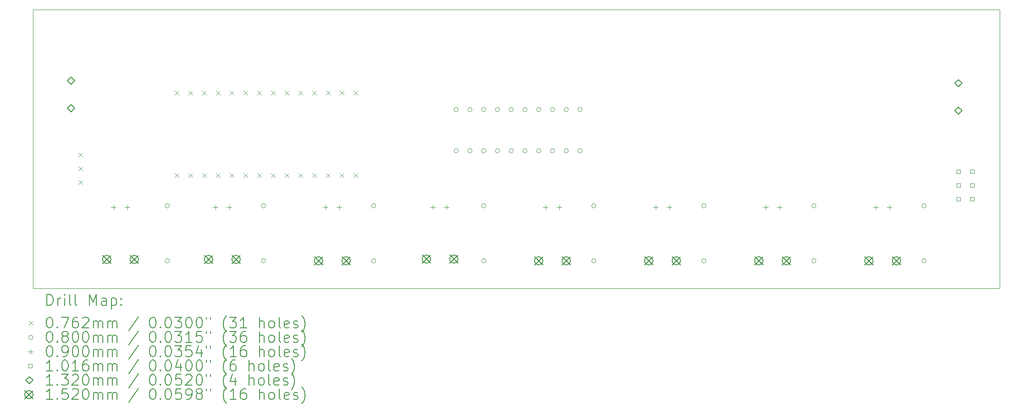
<source format=gbr>
%FSLAX45Y45*%
G04 Gerber Fmt 4.5, Leading zero omitted, Abs format (unit mm)*
G04 Created by KiCad (PCBNEW 6.0.2-378541a8eb~116~ubuntu20.04.1) date 2022-03-18 17:48:38*
%MOMM*%
%LPD*%
G01*
G04 APERTURE LIST*
%TA.AperFunction,Profile*%
%ADD10C,0.050000*%
%TD*%
%ADD11C,0.200000*%
%ADD12C,0.076200*%
%ADD13C,0.080000*%
%ADD14C,0.090000*%
%ADD15C,0.101600*%
%ADD16C,0.132000*%
%ADD17C,0.152000*%
G04 APERTURE END LIST*
D10*
X4127500Y-6794500D02*
X21971000Y-6794500D01*
X21971000Y-6794500D02*
X21971000Y-11938000D01*
X21971000Y-11938000D02*
X4127500Y-11938000D01*
X4127500Y-11938000D02*
X4127500Y-6794500D01*
D11*
D12*
X4965700Y-9436100D02*
X5041900Y-9512300D01*
X5041900Y-9436100D02*
X4965700Y-9512300D01*
X4965700Y-9690100D02*
X5041900Y-9766300D01*
X5041900Y-9690100D02*
X4965700Y-9766300D01*
X4965700Y-9944100D02*
X5041900Y-10020300D01*
X5041900Y-9944100D02*
X4965700Y-10020300D01*
X6743700Y-8293100D02*
X6819900Y-8369300D01*
X6819900Y-8293100D02*
X6743700Y-8369300D01*
X6743700Y-9817100D02*
X6819900Y-9893300D01*
X6819900Y-9817100D02*
X6743700Y-9893300D01*
X6997700Y-8293100D02*
X7073900Y-8369300D01*
X7073900Y-8293100D02*
X6997700Y-8369300D01*
X6997700Y-9817100D02*
X7073900Y-9893300D01*
X7073900Y-9817100D02*
X6997700Y-9893300D01*
X7251700Y-8293100D02*
X7327900Y-8369300D01*
X7327900Y-8293100D02*
X7251700Y-8369300D01*
X7251700Y-9817100D02*
X7327900Y-9893300D01*
X7327900Y-9817100D02*
X7251700Y-9893300D01*
X7505700Y-8293100D02*
X7581900Y-8369300D01*
X7581900Y-8293100D02*
X7505700Y-8369300D01*
X7505700Y-9817100D02*
X7581900Y-9893300D01*
X7581900Y-9817100D02*
X7505700Y-9893300D01*
X7759700Y-8293100D02*
X7835900Y-8369300D01*
X7835900Y-8293100D02*
X7759700Y-8369300D01*
X7759700Y-9817100D02*
X7835900Y-9893300D01*
X7835900Y-9817100D02*
X7759700Y-9893300D01*
X8013700Y-8293100D02*
X8089900Y-8369300D01*
X8089900Y-8293100D02*
X8013700Y-8369300D01*
X8013700Y-9817100D02*
X8089900Y-9893300D01*
X8089900Y-9817100D02*
X8013700Y-9893300D01*
X8267700Y-8293100D02*
X8343900Y-8369300D01*
X8343900Y-8293100D02*
X8267700Y-8369300D01*
X8267700Y-9817100D02*
X8343900Y-9893300D01*
X8343900Y-9817100D02*
X8267700Y-9893300D01*
X8521700Y-8293100D02*
X8597900Y-8369300D01*
X8597900Y-8293100D02*
X8521700Y-8369300D01*
X8521700Y-9817100D02*
X8597900Y-9893300D01*
X8597900Y-9817100D02*
X8521700Y-9893300D01*
X8775700Y-8293100D02*
X8851900Y-8369300D01*
X8851900Y-8293100D02*
X8775700Y-8369300D01*
X8775700Y-9817100D02*
X8851900Y-9893300D01*
X8851900Y-9817100D02*
X8775700Y-9893300D01*
X9029700Y-8293100D02*
X9105900Y-8369300D01*
X9105900Y-8293100D02*
X9029700Y-8369300D01*
X9029700Y-9817100D02*
X9105900Y-9893300D01*
X9105900Y-9817100D02*
X9029700Y-9893300D01*
X9283700Y-8293100D02*
X9359900Y-8369300D01*
X9359900Y-8293100D02*
X9283700Y-8369300D01*
X9283700Y-9817100D02*
X9359900Y-9893300D01*
X9359900Y-9817100D02*
X9283700Y-9893300D01*
X9537700Y-8293100D02*
X9613900Y-8369300D01*
X9613900Y-8293100D02*
X9537700Y-8369300D01*
X9537700Y-9817100D02*
X9613900Y-9893300D01*
X9613900Y-9817100D02*
X9537700Y-9893300D01*
X9791700Y-8293100D02*
X9867900Y-8369300D01*
X9867900Y-8293100D02*
X9791700Y-8369300D01*
X9791700Y-9817100D02*
X9867900Y-9893300D01*
X9867900Y-9817100D02*
X9791700Y-9893300D01*
X10045700Y-8293100D02*
X10121900Y-8369300D01*
X10121900Y-8293100D02*
X10045700Y-8369300D01*
X10045700Y-9817100D02*
X10121900Y-9893300D01*
X10121900Y-9817100D02*
X10045700Y-9893300D01*
D13*
X6644000Y-10414000D02*
G75*
G03*
X6644000Y-10414000I-40000J0D01*
G01*
X6644000Y-11430000D02*
G75*
G03*
X6644000Y-11430000I-40000J0D01*
G01*
X8422000Y-10414000D02*
G75*
G03*
X8422000Y-10414000I-40000J0D01*
G01*
X8422000Y-11430000D02*
G75*
G03*
X8422000Y-11430000I-40000J0D01*
G01*
X10454000Y-10414000D02*
G75*
G03*
X10454000Y-10414000I-40000J0D01*
G01*
X10454000Y-11430000D02*
G75*
G03*
X10454000Y-11430000I-40000J0D01*
G01*
X11978000Y-8636000D02*
G75*
G03*
X11978000Y-8636000I-40000J0D01*
G01*
X11978000Y-9398000D02*
G75*
G03*
X11978000Y-9398000I-40000J0D01*
G01*
X12232000Y-8636000D02*
G75*
G03*
X12232000Y-8636000I-40000J0D01*
G01*
X12232000Y-9398000D02*
G75*
G03*
X12232000Y-9398000I-40000J0D01*
G01*
X12486000Y-8636000D02*
G75*
G03*
X12486000Y-8636000I-40000J0D01*
G01*
X12486000Y-9398000D02*
G75*
G03*
X12486000Y-9398000I-40000J0D01*
G01*
X12486000Y-10414000D02*
G75*
G03*
X12486000Y-10414000I-40000J0D01*
G01*
X12486000Y-11430000D02*
G75*
G03*
X12486000Y-11430000I-40000J0D01*
G01*
X12740000Y-8636000D02*
G75*
G03*
X12740000Y-8636000I-40000J0D01*
G01*
X12740000Y-9398000D02*
G75*
G03*
X12740000Y-9398000I-40000J0D01*
G01*
X12994000Y-8636000D02*
G75*
G03*
X12994000Y-8636000I-40000J0D01*
G01*
X12994000Y-9398000D02*
G75*
G03*
X12994000Y-9398000I-40000J0D01*
G01*
X13248000Y-8636000D02*
G75*
G03*
X13248000Y-8636000I-40000J0D01*
G01*
X13248000Y-9398000D02*
G75*
G03*
X13248000Y-9398000I-40000J0D01*
G01*
X13502000Y-8636000D02*
G75*
G03*
X13502000Y-8636000I-40000J0D01*
G01*
X13502000Y-9398000D02*
G75*
G03*
X13502000Y-9398000I-40000J0D01*
G01*
X13756000Y-8636000D02*
G75*
G03*
X13756000Y-8636000I-40000J0D01*
G01*
X13756000Y-9398000D02*
G75*
G03*
X13756000Y-9398000I-40000J0D01*
G01*
X14010000Y-8636000D02*
G75*
G03*
X14010000Y-8636000I-40000J0D01*
G01*
X14010000Y-9398000D02*
G75*
G03*
X14010000Y-9398000I-40000J0D01*
G01*
X14264000Y-8636000D02*
G75*
G03*
X14264000Y-8636000I-40000J0D01*
G01*
X14264000Y-9398000D02*
G75*
G03*
X14264000Y-9398000I-40000J0D01*
G01*
X14518000Y-10414000D02*
G75*
G03*
X14518000Y-10414000I-40000J0D01*
G01*
X14518000Y-11430000D02*
G75*
G03*
X14518000Y-11430000I-40000J0D01*
G01*
X16550000Y-10414000D02*
G75*
G03*
X16550000Y-10414000I-40000J0D01*
G01*
X16550000Y-11430000D02*
G75*
G03*
X16550000Y-11430000I-40000J0D01*
G01*
X18582000Y-10414000D02*
G75*
G03*
X18582000Y-10414000I-40000J0D01*
G01*
X18582000Y-11430000D02*
G75*
G03*
X18582000Y-11430000I-40000J0D01*
G01*
X20614000Y-10414000D02*
G75*
G03*
X20614000Y-10414000I-40000J0D01*
G01*
X20614000Y-11430000D02*
G75*
G03*
X20614000Y-11430000I-40000J0D01*
G01*
D14*
X5612900Y-10394400D02*
X5612900Y-10484400D01*
X5567900Y-10439400D02*
X5657900Y-10439400D01*
X5866900Y-10394400D02*
X5866900Y-10484400D01*
X5821900Y-10439400D02*
X5911900Y-10439400D01*
X7492500Y-10394400D02*
X7492500Y-10484400D01*
X7447500Y-10439400D02*
X7537500Y-10439400D01*
X7746500Y-10394400D02*
X7746500Y-10484400D01*
X7701500Y-10439400D02*
X7791500Y-10439400D01*
X9524500Y-10394400D02*
X9524500Y-10484400D01*
X9479500Y-10439400D02*
X9569500Y-10439400D01*
X9778500Y-10394400D02*
X9778500Y-10484400D01*
X9733500Y-10439400D02*
X9823500Y-10439400D01*
X11505700Y-10394400D02*
X11505700Y-10484400D01*
X11460700Y-10439400D02*
X11550700Y-10439400D01*
X11759700Y-10394400D02*
X11759700Y-10484400D01*
X11714700Y-10439400D02*
X11804700Y-10439400D01*
X13588500Y-10394400D02*
X13588500Y-10484400D01*
X13543500Y-10439400D02*
X13633500Y-10439400D01*
X13842500Y-10394400D02*
X13842500Y-10484400D01*
X13797500Y-10439400D02*
X13887500Y-10439400D01*
X15620500Y-10394400D02*
X15620500Y-10484400D01*
X15575500Y-10439400D02*
X15665500Y-10439400D01*
X15874500Y-10394400D02*
X15874500Y-10484400D01*
X15829500Y-10439400D02*
X15919500Y-10439400D01*
X17652500Y-10394400D02*
X17652500Y-10484400D01*
X17607500Y-10439400D02*
X17697500Y-10439400D01*
X17906500Y-10394400D02*
X17906500Y-10484400D01*
X17861500Y-10439400D02*
X17951500Y-10439400D01*
X19684500Y-10394400D02*
X19684500Y-10484400D01*
X19639500Y-10439400D02*
X19729500Y-10439400D01*
X19938500Y-10394400D02*
X19938500Y-10484400D01*
X19893500Y-10439400D02*
X19983500Y-10439400D01*
D15*
X21244921Y-9814921D02*
X21244921Y-9743079D01*
X21173079Y-9743079D01*
X21173079Y-9814921D01*
X21244921Y-9814921D01*
X21244921Y-10068921D02*
X21244921Y-9997079D01*
X21173079Y-9997079D01*
X21173079Y-10068921D01*
X21244921Y-10068921D01*
X21244921Y-10322921D02*
X21244921Y-10251079D01*
X21173079Y-10251079D01*
X21173079Y-10322921D01*
X21244921Y-10322921D01*
X21498921Y-9814921D02*
X21498921Y-9743079D01*
X21427079Y-9743079D01*
X21427079Y-9814921D01*
X21498921Y-9814921D01*
X21498921Y-10068921D02*
X21498921Y-9997079D01*
X21427079Y-9997079D01*
X21427079Y-10068921D01*
X21498921Y-10068921D01*
X21498921Y-10322921D02*
X21498921Y-10251079D01*
X21427079Y-10251079D01*
X21427079Y-10322921D01*
X21498921Y-10322921D01*
D16*
X4826000Y-8171500D02*
X4892000Y-8105500D01*
X4826000Y-8039500D01*
X4760000Y-8105500D01*
X4826000Y-8171500D01*
X4826000Y-8679500D02*
X4892000Y-8613500D01*
X4826000Y-8547500D01*
X4760000Y-8613500D01*
X4826000Y-8679500D01*
X21209000Y-8216500D02*
X21275000Y-8150500D01*
X21209000Y-8084500D01*
X21143000Y-8150500D01*
X21209000Y-8216500D01*
X21209000Y-8724500D02*
X21275000Y-8658500D01*
X21209000Y-8592500D01*
X21143000Y-8658500D01*
X21209000Y-8724500D01*
D17*
X5410400Y-11328600D02*
X5562400Y-11480600D01*
X5562400Y-11328600D02*
X5410400Y-11480600D01*
X5562400Y-11404600D02*
G75*
G03*
X5562400Y-11404600I-76000J0D01*
G01*
X5918400Y-11328600D02*
X6070400Y-11480600D01*
X6070400Y-11328600D02*
X5918400Y-11480600D01*
X6070400Y-11404600D02*
G75*
G03*
X6070400Y-11404600I-76000J0D01*
G01*
X7290000Y-11328600D02*
X7442000Y-11480600D01*
X7442000Y-11328600D02*
X7290000Y-11480600D01*
X7442000Y-11404600D02*
G75*
G03*
X7442000Y-11404600I-76000J0D01*
G01*
X7798000Y-11328600D02*
X7950000Y-11480600D01*
X7950000Y-11328600D02*
X7798000Y-11480600D01*
X7950000Y-11404600D02*
G75*
G03*
X7950000Y-11404600I-76000J0D01*
G01*
X9322000Y-11354000D02*
X9474000Y-11506000D01*
X9474000Y-11354000D02*
X9322000Y-11506000D01*
X9474000Y-11430000D02*
G75*
G03*
X9474000Y-11430000I-76000J0D01*
G01*
X9830000Y-11354000D02*
X9982000Y-11506000D01*
X9982000Y-11354000D02*
X9830000Y-11506000D01*
X9982000Y-11430000D02*
G75*
G03*
X9982000Y-11430000I-76000J0D01*
G01*
X11311000Y-11322000D02*
X11463000Y-11474000D01*
X11463000Y-11322000D02*
X11311000Y-11474000D01*
X11463000Y-11398000D02*
G75*
G03*
X11463000Y-11398000I-76000J0D01*
G01*
X11819000Y-11322000D02*
X11971000Y-11474000D01*
X11971000Y-11322000D02*
X11819000Y-11474000D01*
X11971000Y-11398000D02*
G75*
G03*
X11971000Y-11398000I-76000J0D01*
G01*
X13386000Y-11354000D02*
X13538000Y-11506000D01*
X13538000Y-11354000D02*
X13386000Y-11506000D01*
X13538000Y-11430000D02*
G75*
G03*
X13538000Y-11430000I-76000J0D01*
G01*
X13894000Y-11354000D02*
X14046000Y-11506000D01*
X14046000Y-11354000D02*
X13894000Y-11506000D01*
X14046000Y-11430000D02*
G75*
G03*
X14046000Y-11430000I-76000J0D01*
G01*
X15418000Y-11354000D02*
X15570000Y-11506000D01*
X15570000Y-11354000D02*
X15418000Y-11506000D01*
X15570000Y-11430000D02*
G75*
G03*
X15570000Y-11430000I-76000J0D01*
G01*
X15926000Y-11354000D02*
X16078000Y-11506000D01*
X16078000Y-11354000D02*
X15926000Y-11506000D01*
X16078000Y-11430000D02*
G75*
G03*
X16078000Y-11430000I-76000J0D01*
G01*
X17450000Y-11354000D02*
X17602000Y-11506000D01*
X17602000Y-11354000D02*
X17450000Y-11506000D01*
X17602000Y-11430000D02*
G75*
G03*
X17602000Y-11430000I-76000J0D01*
G01*
X17958000Y-11354000D02*
X18110000Y-11506000D01*
X18110000Y-11354000D02*
X17958000Y-11506000D01*
X18110000Y-11430000D02*
G75*
G03*
X18110000Y-11430000I-76000J0D01*
G01*
X19482000Y-11354000D02*
X19634000Y-11506000D01*
X19634000Y-11354000D02*
X19482000Y-11506000D01*
X19634000Y-11430000D02*
G75*
G03*
X19634000Y-11430000I-76000J0D01*
G01*
X19990000Y-11354000D02*
X20142000Y-11506000D01*
X20142000Y-11354000D02*
X19990000Y-11506000D01*
X20142000Y-11430000D02*
G75*
G03*
X20142000Y-11430000I-76000J0D01*
G01*
D11*
X4382619Y-12250976D02*
X4382619Y-12050976D01*
X4430238Y-12050976D01*
X4458810Y-12060500D01*
X4477857Y-12079548D01*
X4487381Y-12098595D01*
X4496905Y-12136690D01*
X4496905Y-12165262D01*
X4487381Y-12203357D01*
X4477857Y-12222405D01*
X4458810Y-12241452D01*
X4430238Y-12250976D01*
X4382619Y-12250976D01*
X4582619Y-12250976D02*
X4582619Y-12117643D01*
X4582619Y-12155738D02*
X4592143Y-12136690D01*
X4601667Y-12127167D01*
X4620714Y-12117643D01*
X4639762Y-12117643D01*
X4706429Y-12250976D02*
X4706429Y-12117643D01*
X4706429Y-12050976D02*
X4696905Y-12060500D01*
X4706429Y-12070024D01*
X4715952Y-12060500D01*
X4706429Y-12050976D01*
X4706429Y-12070024D01*
X4830238Y-12250976D02*
X4811190Y-12241452D01*
X4801667Y-12222405D01*
X4801667Y-12050976D01*
X4935000Y-12250976D02*
X4915952Y-12241452D01*
X4906429Y-12222405D01*
X4906429Y-12050976D01*
X5163571Y-12250976D02*
X5163571Y-12050976D01*
X5230238Y-12193833D01*
X5296905Y-12050976D01*
X5296905Y-12250976D01*
X5477857Y-12250976D02*
X5477857Y-12146214D01*
X5468333Y-12127167D01*
X5449286Y-12117643D01*
X5411190Y-12117643D01*
X5392143Y-12127167D01*
X5477857Y-12241452D02*
X5458810Y-12250976D01*
X5411190Y-12250976D01*
X5392143Y-12241452D01*
X5382619Y-12222405D01*
X5382619Y-12203357D01*
X5392143Y-12184309D01*
X5411190Y-12174786D01*
X5458810Y-12174786D01*
X5477857Y-12165262D01*
X5573095Y-12117643D02*
X5573095Y-12317643D01*
X5573095Y-12127167D02*
X5592143Y-12117643D01*
X5630238Y-12117643D01*
X5649286Y-12127167D01*
X5658809Y-12136690D01*
X5668333Y-12155738D01*
X5668333Y-12212881D01*
X5658809Y-12231928D01*
X5649286Y-12241452D01*
X5630238Y-12250976D01*
X5592143Y-12250976D01*
X5573095Y-12241452D01*
X5754048Y-12231928D02*
X5763571Y-12241452D01*
X5754048Y-12250976D01*
X5744524Y-12241452D01*
X5754048Y-12231928D01*
X5754048Y-12250976D01*
X5754048Y-12127167D02*
X5763571Y-12136690D01*
X5754048Y-12146214D01*
X5744524Y-12136690D01*
X5754048Y-12127167D01*
X5754048Y-12146214D01*
D12*
X4048800Y-12542400D02*
X4125000Y-12618600D01*
X4125000Y-12542400D02*
X4048800Y-12618600D01*
D11*
X4420714Y-12470976D02*
X4439762Y-12470976D01*
X4458810Y-12480500D01*
X4468333Y-12490024D01*
X4477857Y-12509071D01*
X4487381Y-12547167D01*
X4487381Y-12594786D01*
X4477857Y-12632881D01*
X4468333Y-12651928D01*
X4458810Y-12661452D01*
X4439762Y-12670976D01*
X4420714Y-12670976D01*
X4401667Y-12661452D01*
X4392143Y-12651928D01*
X4382619Y-12632881D01*
X4373095Y-12594786D01*
X4373095Y-12547167D01*
X4382619Y-12509071D01*
X4392143Y-12490024D01*
X4401667Y-12480500D01*
X4420714Y-12470976D01*
X4573095Y-12651928D02*
X4582619Y-12661452D01*
X4573095Y-12670976D01*
X4563571Y-12661452D01*
X4573095Y-12651928D01*
X4573095Y-12670976D01*
X4649286Y-12470976D02*
X4782619Y-12470976D01*
X4696905Y-12670976D01*
X4944524Y-12470976D02*
X4906429Y-12470976D01*
X4887381Y-12480500D01*
X4877857Y-12490024D01*
X4858810Y-12518595D01*
X4849286Y-12556690D01*
X4849286Y-12632881D01*
X4858810Y-12651928D01*
X4868333Y-12661452D01*
X4887381Y-12670976D01*
X4925476Y-12670976D01*
X4944524Y-12661452D01*
X4954048Y-12651928D01*
X4963571Y-12632881D01*
X4963571Y-12585262D01*
X4954048Y-12566214D01*
X4944524Y-12556690D01*
X4925476Y-12547167D01*
X4887381Y-12547167D01*
X4868333Y-12556690D01*
X4858810Y-12566214D01*
X4849286Y-12585262D01*
X5039762Y-12490024D02*
X5049286Y-12480500D01*
X5068333Y-12470976D01*
X5115952Y-12470976D01*
X5135000Y-12480500D01*
X5144524Y-12490024D01*
X5154048Y-12509071D01*
X5154048Y-12528119D01*
X5144524Y-12556690D01*
X5030238Y-12670976D01*
X5154048Y-12670976D01*
X5239762Y-12670976D02*
X5239762Y-12537643D01*
X5239762Y-12556690D02*
X5249286Y-12547167D01*
X5268333Y-12537643D01*
X5296905Y-12537643D01*
X5315952Y-12547167D01*
X5325476Y-12566214D01*
X5325476Y-12670976D01*
X5325476Y-12566214D02*
X5335000Y-12547167D01*
X5354048Y-12537643D01*
X5382619Y-12537643D01*
X5401667Y-12547167D01*
X5411190Y-12566214D01*
X5411190Y-12670976D01*
X5506429Y-12670976D02*
X5506429Y-12537643D01*
X5506429Y-12556690D02*
X5515952Y-12547167D01*
X5535000Y-12537643D01*
X5563571Y-12537643D01*
X5582619Y-12547167D01*
X5592143Y-12566214D01*
X5592143Y-12670976D01*
X5592143Y-12566214D02*
X5601667Y-12547167D01*
X5620714Y-12537643D01*
X5649286Y-12537643D01*
X5668333Y-12547167D01*
X5677857Y-12566214D01*
X5677857Y-12670976D01*
X6068333Y-12461452D02*
X5896905Y-12718595D01*
X6325476Y-12470976D02*
X6344524Y-12470976D01*
X6363571Y-12480500D01*
X6373095Y-12490024D01*
X6382619Y-12509071D01*
X6392143Y-12547167D01*
X6392143Y-12594786D01*
X6382619Y-12632881D01*
X6373095Y-12651928D01*
X6363571Y-12661452D01*
X6344524Y-12670976D01*
X6325476Y-12670976D01*
X6306428Y-12661452D01*
X6296905Y-12651928D01*
X6287381Y-12632881D01*
X6277857Y-12594786D01*
X6277857Y-12547167D01*
X6287381Y-12509071D01*
X6296905Y-12490024D01*
X6306428Y-12480500D01*
X6325476Y-12470976D01*
X6477857Y-12651928D02*
X6487381Y-12661452D01*
X6477857Y-12670976D01*
X6468333Y-12661452D01*
X6477857Y-12651928D01*
X6477857Y-12670976D01*
X6611190Y-12470976D02*
X6630238Y-12470976D01*
X6649286Y-12480500D01*
X6658809Y-12490024D01*
X6668333Y-12509071D01*
X6677857Y-12547167D01*
X6677857Y-12594786D01*
X6668333Y-12632881D01*
X6658809Y-12651928D01*
X6649286Y-12661452D01*
X6630238Y-12670976D01*
X6611190Y-12670976D01*
X6592143Y-12661452D01*
X6582619Y-12651928D01*
X6573095Y-12632881D01*
X6563571Y-12594786D01*
X6563571Y-12547167D01*
X6573095Y-12509071D01*
X6582619Y-12490024D01*
X6592143Y-12480500D01*
X6611190Y-12470976D01*
X6744524Y-12470976D02*
X6868333Y-12470976D01*
X6801667Y-12547167D01*
X6830238Y-12547167D01*
X6849286Y-12556690D01*
X6858809Y-12566214D01*
X6868333Y-12585262D01*
X6868333Y-12632881D01*
X6858809Y-12651928D01*
X6849286Y-12661452D01*
X6830238Y-12670976D01*
X6773095Y-12670976D01*
X6754048Y-12661452D01*
X6744524Y-12651928D01*
X6992143Y-12470976D02*
X7011190Y-12470976D01*
X7030238Y-12480500D01*
X7039762Y-12490024D01*
X7049286Y-12509071D01*
X7058809Y-12547167D01*
X7058809Y-12594786D01*
X7049286Y-12632881D01*
X7039762Y-12651928D01*
X7030238Y-12661452D01*
X7011190Y-12670976D01*
X6992143Y-12670976D01*
X6973095Y-12661452D01*
X6963571Y-12651928D01*
X6954048Y-12632881D01*
X6944524Y-12594786D01*
X6944524Y-12547167D01*
X6954048Y-12509071D01*
X6963571Y-12490024D01*
X6973095Y-12480500D01*
X6992143Y-12470976D01*
X7182619Y-12470976D02*
X7201667Y-12470976D01*
X7220714Y-12480500D01*
X7230238Y-12490024D01*
X7239762Y-12509071D01*
X7249286Y-12547167D01*
X7249286Y-12594786D01*
X7239762Y-12632881D01*
X7230238Y-12651928D01*
X7220714Y-12661452D01*
X7201667Y-12670976D01*
X7182619Y-12670976D01*
X7163571Y-12661452D01*
X7154048Y-12651928D01*
X7144524Y-12632881D01*
X7135000Y-12594786D01*
X7135000Y-12547167D01*
X7144524Y-12509071D01*
X7154048Y-12490024D01*
X7163571Y-12480500D01*
X7182619Y-12470976D01*
X7325476Y-12470976D02*
X7325476Y-12509071D01*
X7401667Y-12470976D02*
X7401667Y-12509071D01*
X7696905Y-12747167D02*
X7687381Y-12737643D01*
X7668333Y-12709071D01*
X7658809Y-12690024D01*
X7649286Y-12661452D01*
X7639762Y-12613833D01*
X7639762Y-12575738D01*
X7649286Y-12528119D01*
X7658809Y-12499548D01*
X7668333Y-12480500D01*
X7687381Y-12451928D01*
X7696905Y-12442405D01*
X7754048Y-12470976D02*
X7877857Y-12470976D01*
X7811190Y-12547167D01*
X7839762Y-12547167D01*
X7858809Y-12556690D01*
X7868333Y-12566214D01*
X7877857Y-12585262D01*
X7877857Y-12632881D01*
X7868333Y-12651928D01*
X7858809Y-12661452D01*
X7839762Y-12670976D01*
X7782619Y-12670976D01*
X7763571Y-12661452D01*
X7754048Y-12651928D01*
X8068333Y-12670976D02*
X7954048Y-12670976D01*
X8011190Y-12670976D02*
X8011190Y-12470976D01*
X7992143Y-12499548D01*
X7973095Y-12518595D01*
X7954048Y-12528119D01*
X8306428Y-12670976D02*
X8306428Y-12470976D01*
X8392143Y-12670976D02*
X8392143Y-12566214D01*
X8382619Y-12547167D01*
X8363571Y-12537643D01*
X8335000Y-12537643D01*
X8315952Y-12547167D01*
X8306428Y-12556690D01*
X8515952Y-12670976D02*
X8496905Y-12661452D01*
X8487381Y-12651928D01*
X8477857Y-12632881D01*
X8477857Y-12575738D01*
X8487381Y-12556690D01*
X8496905Y-12547167D01*
X8515952Y-12537643D01*
X8544524Y-12537643D01*
X8563571Y-12547167D01*
X8573095Y-12556690D01*
X8582619Y-12575738D01*
X8582619Y-12632881D01*
X8573095Y-12651928D01*
X8563571Y-12661452D01*
X8544524Y-12670976D01*
X8515952Y-12670976D01*
X8696905Y-12670976D02*
X8677857Y-12661452D01*
X8668333Y-12642405D01*
X8668333Y-12470976D01*
X8849286Y-12661452D02*
X8830238Y-12670976D01*
X8792143Y-12670976D01*
X8773095Y-12661452D01*
X8763571Y-12642405D01*
X8763571Y-12566214D01*
X8773095Y-12547167D01*
X8792143Y-12537643D01*
X8830238Y-12537643D01*
X8849286Y-12547167D01*
X8858810Y-12566214D01*
X8858810Y-12585262D01*
X8763571Y-12604309D01*
X8935000Y-12661452D02*
X8954048Y-12670976D01*
X8992143Y-12670976D01*
X9011190Y-12661452D01*
X9020714Y-12642405D01*
X9020714Y-12632881D01*
X9011190Y-12613833D01*
X8992143Y-12604309D01*
X8963571Y-12604309D01*
X8944524Y-12594786D01*
X8935000Y-12575738D01*
X8935000Y-12566214D01*
X8944524Y-12547167D01*
X8963571Y-12537643D01*
X8992143Y-12537643D01*
X9011190Y-12547167D01*
X9087381Y-12747167D02*
X9096905Y-12737643D01*
X9115952Y-12709071D01*
X9125476Y-12690024D01*
X9135000Y-12661452D01*
X9144524Y-12613833D01*
X9144524Y-12575738D01*
X9135000Y-12528119D01*
X9125476Y-12499548D01*
X9115952Y-12480500D01*
X9096905Y-12451928D01*
X9087381Y-12442405D01*
D13*
X4125000Y-12844500D02*
G75*
G03*
X4125000Y-12844500I-40000J0D01*
G01*
D11*
X4420714Y-12734976D02*
X4439762Y-12734976D01*
X4458810Y-12744500D01*
X4468333Y-12754024D01*
X4477857Y-12773071D01*
X4487381Y-12811167D01*
X4487381Y-12858786D01*
X4477857Y-12896881D01*
X4468333Y-12915928D01*
X4458810Y-12925452D01*
X4439762Y-12934976D01*
X4420714Y-12934976D01*
X4401667Y-12925452D01*
X4392143Y-12915928D01*
X4382619Y-12896881D01*
X4373095Y-12858786D01*
X4373095Y-12811167D01*
X4382619Y-12773071D01*
X4392143Y-12754024D01*
X4401667Y-12744500D01*
X4420714Y-12734976D01*
X4573095Y-12915928D02*
X4582619Y-12925452D01*
X4573095Y-12934976D01*
X4563571Y-12925452D01*
X4573095Y-12915928D01*
X4573095Y-12934976D01*
X4696905Y-12820690D02*
X4677857Y-12811167D01*
X4668333Y-12801643D01*
X4658810Y-12782595D01*
X4658810Y-12773071D01*
X4668333Y-12754024D01*
X4677857Y-12744500D01*
X4696905Y-12734976D01*
X4735000Y-12734976D01*
X4754048Y-12744500D01*
X4763571Y-12754024D01*
X4773095Y-12773071D01*
X4773095Y-12782595D01*
X4763571Y-12801643D01*
X4754048Y-12811167D01*
X4735000Y-12820690D01*
X4696905Y-12820690D01*
X4677857Y-12830214D01*
X4668333Y-12839738D01*
X4658810Y-12858786D01*
X4658810Y-12896881D01*
X4668333Y-12915928D01*
X4677857Y-12925452D01*
X4696905Y-12934976D01*
X4735000Y-12934976D01*
X4754048Y-12925452D01*
X4763571Y-12915928D01*
X4773095Y-12896881D01*
X4773095Y-12858786D01*
X4763571Y-12839738D01*
X4754048Y-12830214D01*
X4735000Y-12820690D01*
X4896905Y-12734976D02*
X4915952Y-12734976D01*
X4935000Y-12744500D01*
X4944524Y-12754024D01*
X4954048Y-12773071D01*
X4963571Y-12811167D01*
X4963571Y-12858786D01*
X4954048Y-12896881D01*
X4944524Y-12915928D01*
X4935000Y-12925452D01*
X4915952Y-12934976D01*
X4896905Y-12934976D01*
X4877857Y-12925452D01*
X4868333Y-12915928D01*
X4858810Y-12896881D01*
X4849286Y-12858786D01*
X4849286Y-12811167D01*
X4858810Y-12773071D01*
X4868333Y-12754024D01*
X4877857Y-12744500D01*
X4896905Y-12734976D01*
X5087381Y-12734976D02*
X5106429Y-12734976D01*
X5125476Y-12744500D01*
X5135000Y-12754024D01*
X5144524Y-12773071D01*
X5154048Y-12811167D01*
X5154048Y-12858786D01*
X5144524Y-12896881D01*
X5135000Y-12915928D01*
X5125476Y-12925452D01*
X5106429Y-12934976D01*
X5087381Y-12934976D01*
X5068333Y-12925452D01*
X5058810Y-12915928D01*
X5049286Y-12896881D01*
X5039762Y-12858786D01*
X5039762Y-12811167D01*
X5049286Y-12773071D01*
X5058810Y-12754024D01*
X5068333Y-12744500D01*
X5087381Y-12734976D01*
X5239762Y-12934976D02*
X5239762Y-12801643D01*
X5239762Y-12820690D02*
X5249286Y-12811167D01*
X5268333Y-12801643D01*
X5296905Y-12801643D01*
X5315952Y-12811167D01*
X5325476Y-12830214D01*
X5325476Y-12934976D01*
X5325476Y-12830214D02*
X5335000Y-12811167D01*
X5354048Y-12801643D01*
X5382619Y-12801643D01*
X5401667Y-12811167D01*
X5411190Y-12830214D01*
X5411190Y-12934976D01*
X5506429Y-12934976D02*
X5506429Y-12801643D01*
X5506429Y-12820690D02*
X5515952Y-12811167D01*
X5535000Y-12801643D01*
X5563571Y-12801643D01*
X5582619Y-12811167D01*
X5592143Y-12830214D01*
X5592143Y-12934976D01*
X5592143Y-12830214D02*
X5601667Y-12811167D01*
X5620714Y-12801643D01*
X5649286Y-12801643D01*
X5668333Y-12811167D01*
X5677857Y-12830214D01*
X5677857Y-12934976D01*
X6068333Y-12725452D02*
X5896905Y-12982595D01*
X6325476Y-12734976D02*
X6344524Y-12734976D01*
X6363571Y-12744500D01*
X6373095Y-12754024D01*
X6382619Y-12773071D01*
X6392143Y-12811167D01*
X6392143Y-12858786D01*
X6382619Y-12896881D01*
X6373095Y-12915928D01*
X6363571Y-12925452D01*
X6344524Y-12934976D01*
X6325476Y-12934976D01*
X6306428Y-12925452D01*
X6296905Y-12915928D01*
X6287381Y-12896881D01*
X6277857Y-12858786D01*
X6277857Y-12811167D01*
X6287381Y-12773071D01*
X6296905Y-12754024D01*
X6306428Y-12744500D01*
X6325476Y-12734976D01*
X6477857Y-12915928D02*
X6487381Y-12925452D01*
X6477857Y-12934976D01*
X6468333Y-12925452D01*
X6477857Y-12915928D01*
X6477857Y-12934976D01*
X6611190Y-12734976D02*
X6630238Y-12734976D01*
X6649286Y-12744500D01*
X6658809Y-12754024D01*
X6668333Y-12773071D01*
X6677857Y-12811167D01*
X6677857Y-12858786D01*
X6668333Y-12896881D01*
X6658809Y-12915928D01*
X6649286Y-12925452D01*
X6630238Y-12934976D01*
X6611190Y-12934976D01*
X6592143Y-12925452D01*
X6582619Y-12915928D01*
X6573095Y-12896881D01*
X6563571Y-12858786D01*
X6563571Y-12811167D01*
X6573095Y-12773071D01*
X6582619Y-12754024D01*
X6592143Y-12744500D01*
X6611190Y-12734976D01*
X6744524Y-12734976D02*
X6868333Y-12734976D01*
X6801667Y-12811167D01*
X6830238Y-12811167D01*
X6849286Y-12820690D01*
X6858809Y-12830214D01*
X6868333Y-12849262D01*
X6868333Y-12896881D01*
X6858809Y-12915928D01*
X6849286Y-12925452D01*
X6830238Y-12934976D01*
X6773095Y-12934976D01*
X6754048Y-12925452D01*
X6744524Y-12915928D01*
X7058809Y-12934976D02*
X6944524Y-12934976D01*
X7001667Y-12934976D02*
X7001667Y-12734976D01*
X6982619Y-12763548D01*
X6963571Y-12782595D01*
X6944524Y-12792119D01*
X7239762Y-12734976D02*
X7144524Y-12734976D01*
X7135000Y-12830214D01*
X7144524Y-12820690D01*
X7163571Y-12811167D01*
X7211190Y-12811167D01*
X7230238Y-12820690D01*
X7239762Y-12830214D01*
X7249286Y-12849262D01*
X7249286Y-12896881D01*
X7239762Y-12915928D01*
X7230238Y-12925452D01*
X7211190Y-12934976D01*
X7163571Y-12934976D01*
X7144524Y-12925452D01*
X7135000Y-12915928D01*
X7325476Y-12734976D02*
X7325476Y-12773071D01*
X7401667Y-12734976D02*
X7401667Y-12773071D01*
X7696905Y-13011167D02*
X7687381Y-13001643D01*
X7668333Y-12973071D01*
X7658809Y-12954024D01*
X7649286Y-12925452D01*
X7639762Y-12877833D01*
X7639762Y-12839738D01*
X7649286Y-12792119D01*
X7658809Y-12763548D01*
X7668333Y-12744500D01*
X7687381Y-12715928D01*
X7696905Y-12706405D01*
X7754048Y-12734976D02*
X7877857Y-12734976D01*
X7811190Y-12811167D01*
X7839762Y-12811167D01*
X7858809Y-12820690D01*
X7868333Y-12830214D01*
X7877857Y-12849262D01*
X7877857Y-12896881D01*
X7868333Y-12915928D01*
X7858809Y-12925452D01*
X7839762Y-12934976D01*
X7782619Y-12934976D01*
X7763571Y-12925452D01*
X7754048Y-12915928D01*
X8049286Y-12734976D02*
X8011190Y-12734976D01*
X7992143Y-12744500D01*
X7982619Y-12754024D01*
X7963571Y-12782595D01*
X7954048Y-12820690D01*
X7954048Y-12896881D01*
X7963571Y-12915928D01*
X7973095Y-12925452D01*
X7992143Y-12934976D01*
X8030238Y-12934976D01*
X8049286Y-12925452D01*
X8058809Y-12915928D01*
X8068333Y-12896881D01*
X8068333Y-12849262D01*
X8058809Y-12830214D01*
X8049286Y-12820690D01*
X8030238Y-12811167D01*
X7992143Y-12811167D01*
X7973095Y-12820690D01*
X7963571Y-12830214D01*
X7954048Y-12849262D01*
X8306428Y-12934976D02*
X8306428Y-12734976D01*
X8392143Y-12934976D02*
X8392143Y-12830214D01*
X8382619Y-12811167D01*
X8363571Y-12801643D01*
X8335000Y-12801643D01*
X8315952Y-12811167D01*
X8306428Y-12820690D01*
X8515952Y-12934976D02*
X8496905Y-12925452D01*
X8487381Y-12915928D01*
X8477857Y-12896881D01*
X8477857Y-12839738D01*
X8487381Y-12820690D01*
X8496905Y-12811167D01*
X8515952Y-12801643D01*
X8544524Y-12801643D01*
X8563571Y-12811167D01*
X8573095Y-12820690D01*
X8582619Y-12839738D01*
X8582619Y-12896881D01*
X8573095Y-12915928D01*
X8563571Y-12925452D01*
X8544524Y-12934976D01*
X8515952Y-12934976D01*
X8696905Y-12934976D02*
X8677857Y-12925452D01*
X8668333Y-12906405D01*
X8668333Y-12734976D01*
X8849286Y-12925452D02*
X8830238Y-12934976D01*
X8792143Y-12934976D01*
X8773095Y-12925452D01*
X8763571Y-12906405D01*
X8763571Y-12830214D01*
X8773095Y-12811167D01*
X8792143Y-12801643D01*
X8830238Y-12801643D01*
X8849286Y-12811167D01*
X8858810Y-12830214D01*
X8858810Y-12849262D01*
X8763571Y-12868309D01*
X8935000Y-12925452D02*
X8954048Y-12934976D01*
X8992143Y-12934976D01*
X9011190Y-12925452D01*
X9020714Y-12906405D01*
X9020714Y-12896881D01*
X9011190Y-12877833D01*
X8992143Y-12868309D01*
X8963571Y-12868309D01*
X8944524Y-12858786D01*
X8935000Y-12839738D01*
X8935000Y-12830214D01*
X8944524Y-12811167D01*
X8963571Y-12801643D01*
X8992143Y-12801643D01*
X9011190Y-12811167D01*
X9087381Y-13011167D02*
X9096905Y-13001643D01*
X9115952Y-12973071D01*
X9125476Y-12954024D01*
X9135000Y-12925452D01*
X9144524Y-12877833D01*
X9144524Y-12839738D01*
X9135000Y-12792119D01*
X9125476Y-12763548D01*
X9115952Y-12744500D01*
X9096905Y-12715928D01*
X9087381Y-12706405D01*
D14*
X4080000Y-13063500D02*
X4080000Y-13153500D01*
X4035000Y-13108500D02*
X4125000Y-13108500D01*
D11*
X4420714Y-12998976D02*
X4439762Y-12998976D01*
X4458810Y-13008500D01*
X4468333Y-13018024D01*
X4477857Y-13037071D01*
X4487381Y-13075167D01*
X4487381Y-13122786D01*
X4477857Y-13160881D01*
X4468333Y-13179928D01*
X4458810Y-13189452D01*
X4439762Y-13198976D01*
X4420714Y-13198976D01*
X4401667Y-13189452D01*
X4392143Y-13179928D01*
X4382619Y-13160881D01*
X4373095Y-13122786D01*
X4373095Y-13075167D01*
X4382619Y-13037071D01*
X4392143Y-13018024D01*
X4401667Y-13008500D01*
X4420714Y-12998976D01*
X4573095Y-13179928D02*
X4582619Y-13189452D01*
X4573095Y-13198976D01*
X4563571Y-13189452D01*
X4573095Y-13179928D01*
X4573095Y-13198976D01*
X4677857Y-13198976D02*
X4715952Y-13198976D01*
X4735000Y-13189452D01*
X4744524Y-13179928D01*
X4763571Y-13151357D01*
X4773095Y-13113262D01*
X4773095Y-13037071D01*
X4763571Y-13018024D01*
X4754048Y-13008500D01*
X4735000Y-12998976D01*
X4696905Y-12998976D01*
X4677857Y-13008500D01*
X4668333Y-13018024D01*
X4658810Y-13037071D01*
X4658810Y-13084690D01*
X4668333Y-13103738D01*
X4677857Y-13113262D01*
X4696905Y-13122786D01*
X4735000Y-13122786D01*
X4754048Y-13113262D01*
X4763571Y-13103738D01*
X4773095Y-13084690D01*
X4896905Y-12998976D02*
X4915952Y-12998976D01*
X4935000Y-13008500D01*
X4944524Y-13018024D01*
X4954048Y-13037071D01*
X4963571Y-13075167D01*
X4963571Y-13122786D01*
X4954048Y-13160881D01*
X4944524Y-13179928D01*
X4935000Y-13189452D01*
X4915952Y-13198976D01*
X4896905Y-13198976D01*
X4877857Y-13189452D01*
X4868333Y-13179928D01*
X4858810Y-13160881D01*
X4849286Y-13122786D01*
X4849286Y-13075167D01*
X4858810Y-13037071D01*
X4868333Y-13018024D01*
X4877857Y-13008500D01*
X4896905Y-12998976D01*
X5087381Y-12998976D02*
X5106429Y-12998976D01*
X5125476Y-13008500D01*
X5135000Y-13018024D01*
X5144524Y-13037071D01*
X5154048Y-13075167D01*
X5154048Y-13122786D01*
X5144524Y-13160881D01*
X5135000Y-13179928D01*
X5125476Y-13189452D01*
X5106429Y-13198976D01*
X5087381Y-13198976D01*
X5068333Y-13189452D01*
X5058810Y-13179928D01*
X5049286Y-13160881D01*
X5039762Y-13122786D01*
X5039762Y-13075167D01*
X5049286Y-13037071D01*
X5058810Y-13018024D01*
X5068333Y-13008500D01*
X5087381Y-12998976D01*
X5239762Y-13198976D02*
X5239762Y-13065643D01*
X5239762Y-13084690D02*
X5249286Y-13075167D01*
X5268333Y-13065643D01*
X5296905Y-13065643D01*
X5315952Y-13075167D01*
X5325476Y-13094214D01*
X5325476Y-13198976D01*
X5325476Y-13094214D02*
X5335000Y-13075167D01*
X5354048Y-13065643D01*
X5382619Y-13065643D01*
X5401667Y-13075167D01*
X5411190Y-13094214D01*
X5411190Y-13198976D01*
X5506429Y-13198976D02*
X5506429Y-13065643D01*
X5506429Y-13084690D02*
X5515952Y-13075167D01*
X5535000Y-13065643D01*
X5563571Y-13065643D01*
X5582619Y-13075167D01*
X5592143Y-13094214D01*
X5592143Y-13198976D01*
X5592143Y-13094214D02*
X5601667Y-13075167D01*
X5620714Y-13065643D01*
X5649286Y-13065643D01*
X5668333Y-13075167D01*
X5677857Y-13094214D01*
X5677857Y-13198976D01*
X6068333Y-12989452D02*
X5896905Y-13246595D01*
X6325476Y-12998976D02*
X6344524Y-12998976D01*
X6363571Y-13008500D01*
X6373095Y-13018024D01*
X6382619Y-13037071D01*
X6392143Y-13075167D01*
X6392143Y-13122786D01*
X6382619Y-13160881D01*
X6373095Y-13179928D01*
X6363571Y-13189452D01*
X6344524Y-13198976D01*
X6325476Y-13198976D01*
X6306428Y-13189452D01*
X6296905Y-13179928D01*
X6287381Y-13160881D01*
X6277857Y-13122786D01*
X6277857Y-13075167D01*
X6287381Y-13037071D01*
X6296905Y-13018024D01*
X6306428Y-13008500D01*
X6325476Y-12998976D01*
X6477857Y-13179928D02*
X6487381Y-13189452D01*
X6477857Y-13198976D01*
X6468333Y-13189452D01*
X6477857Y-13179928D01*
X6477857Y-13198976D01*
X6611190Y-12998976D02*
X6630238Y-12998976D01*
X6649286Y-13008500D01*
X6658809Y-13018024D01*
X6668333Y-13037071D01*
X6677857Y-13075167D01*
X6677857Y-13122786D01*
X6668333Y-13160881D01*
X6658809Y-13179928D01*
X6649286Y-13189452D01*
X6630238Y-13198976D01*
X6611190Y-13198976D01*
X6592143Y-13189452D01*
X6582619Y-13179928D01*
X6573095Y-13160881D01*
X6563571Y-13122786D01*
X6563571Y-13075167D01*
X6573095Y-13037071D01*
X6582619Y-13018024D01*
X6592143Y-13008500D01*
X6611190Y-12998976D01*
X6744524Y-12998976D02*
X6868333Y-12998976D01*
X6801667Y-13075167D01*
X6830238Y-13075167D01*
X6849286Y-13084690D01*
X6858809Y-13094214D01*
X6868333Y-13113262D01*
X6868333Y-13160881D01*
X6858809Y-13179928D01*
X6849286Y-13189452D01*
X6830238Y-13198976D01*
X6773095Y-13198976D01*
X6754048Y-13189452D01*
X6744524Y-13179928D01*
X7049286Y-12998976D02*
X6954048Y-12998976D01*
X6944524Y-13094214D01*
X6954048Y-13084690D01*
X6973095Y-13075167D01*
X7020714Y-13075167D01*
X7039762Y-13084690D01*
X7049286Y-13094214D01*
X7058809Y-13113262D01*
X7058809Y-13160881D01*
X7049286Y-13179928D01*
X7039762Y-13189452D01*
X7020714Y-13198976D01*
X6973095Y-13198976D01*
X6954048Y-13189452D01*
X6944524Y-13179928D01*
X7230238Y-13065643D02*
X7230238Y-13198976D01*
X7182619Y-12989452D02*
X7135000Y-13132309D01*
X7258809Y-13132309D01*
X7325476Y-12998976D02*
X7325476Y-13037071D01*
X7401667Y-12998976D02*
X7401667Y-13037071D01*
X7696905Y-13275167D02*
X7687381Y-13265643D01*
X7668333Y-13237071D01*
X7658809Y-13218024D01*
X7649286Y-13189452D01*
X7639762Y-13141833D01*
X7639762Y-13103738D01*
X7649286Y-13056119D01*
X7658809Y-13027548D01*
X7668333Y-13008500D01*
X7687381Y-12979928D01*
X7696905Y-12970405D01*
X7877857Y-13198976D02*
X7763571Y-13198976D01*
X7820714Y-13198976D02*
X7820714Y-12998976D01*
X7801667Y-13027548D01*
X7782619Y-13046595D01*
X7763571Y-13056119D01*
X8049286Y-12998976D02*
X8011190Y-12998976D01*
X7992143Y-13008500D01*
X7982619Y-13018024D01*
X7963571Y-13046595D01*
X7954048Y-13084690D01*
X7954048Y-13160881D01*
X7963571Y-13179928D01*
X7973095Y-13189452D01*
X7992143Y-13198976D01*
X8030238Y-13198976D01*
X8049286Y-13189452D01*
X8058809Y-13179928D01*
X8068333Y-13160881D01*
X8068333Y-13113262D01*
X8058809Y-13094214D01*
X8049286Y-13084690D01*
X8030238Y-13075167D01*
X7992143Y-13075167D01*
X7973095Y-13084690D01*
X7963571Y-13094214D01*
X7954048Y-13113262D01*
X8306428Y-13198976D02*
X8306428Y-12998976D01*
X8392143Y-13198976D02*
X8392143Y-13094214D01*
X8382619Y-13075167D01*
X8363571Y-13065643D01*
X8335000Y-13065643D01*
X8315952Y-13075167D01*
X8306428Y-13084690D01*
X8515952Y-13198976D02*
X8496905Y-13189452D01*
X8487381Y-13179928D01*
X8477857Y-13160881D01*
X8477857Y-13103738D01*
X8487381Y-13084690D01*
X8496905Y-13075167D01*
X8515952Y-13065643D01*
X8544524Y-13065643D01*
X8563571Y-13075167D01*
X8573095Y-13084690D01*
X8582619Y-13103738D01*
X8582619Y-13160881D01*
X8573095Y-13179928D01*
X8563571Y-13189452D01*
X8544524Y-13198976D01*
X8515952Y-13198976D01*
X8696905Y-13198976D02*
X8677857Y-13189452D01*
X8668333Y-13170405D01*
X8668333Y-12998976D01*
X8849286Y-13189452D02*
X8830238Y-13198976D01*
X8792143Y-13198976D01*
X8773095Y-13189452D01*
X8763571Y-13170405D01*
X8763571Y-13094214D01*
X8773095Y-13075167D01*
X8792143Y-13065643D01*
X8830238Y-13065643D01*
X8849286Y-13075167D01*
X8858810Y-13094214D01*
X8858810Y-13113262D01*
X8763571Y-13132309D01*
X8935000Y-13189452D02*
X8954048Y-13198976D01*
X8992143Y-13198976D01*
X9011190Y-13189452D01*
X9020714Y-13170405D01*
X9020714Y-13160881D01*
X9011190Y-13141833D01*
X8992143Y-13132309D01*
X8963571Y-13132309D01*
X8944524Y-13122786D01*
X8935000Y-13103738D01*
X8935000Y-13094214D01*
X8944524Y-13075167D01*
X8963571Y-13065643D01*
X8992143Y-13065643D01*
X9011190Y-13075167D01*
X9087381Y-13275167D02*
X9096905Y-13265643D01*
X9115952Y-13237071D01*
X9125476Y-13218024D01*
X9135000Y-13189452D01*
X9144524Y-13141833D01*
X9144524Y-13103738D01*
X9135000Y-13056119D01*
X9125476Y-13027548D01*
X9115952Y-13008500D01*
X9096905Y-12979928D01*
X9087381Y-12970405D01*
D15*
X4110121Y-13408421D02*
X4110121Y-13336579D01*
X4038279Y-13336579D01*
X4038279Y-13408421D01*
X4110121Y-13408421D01*
D11*
X4487381Y-13462976D02*
X4373095Y-13462976D01*
X4430238Y-13462976D02*
X4430238Y-13262976D01*
X4411190Y-13291548D01*
X4392143Y-13310595D01*
X4373095Y-13320119D01*
X4573095Y-13443928D02*
X4582619Y-13453452D01*
X4573095Y-13462976D01*
X4563571Y-13453452D01*
X4573095Y-13443928D01*
X4573095Y-13462976D01*
X4706429Y-13262976D02*
X4725476Y-13262976D01*
X4744524Y-13272500D01*
X4754048Y-13282024D01*
X4763571Y-13301071D01*
X4773095Y-13339167D01*
X4773095Y-13386786D01*
X4763571Y-13424881D01*
X4754048Y-13443928D01*
X4744524Y-13453452D01*
X4725476Y-13462976D01*
X4706429Y-13462976D01*
X4687381Y-13453452D01*
X4677857Y-13443928D01*
X4668333Y-13424881D01*
X4658810Y-13386786D01*
X4658810Y-13339167D01*
X4668333Y-13301071D01*
X4677857Y-13282024D01*
X4687381Y-13272500D01*
X4706429Y-13262976D01*
X4963571Y-13462976D02*
X4849286Y-13462976D01*
X4906429Y-13462976D02*
X4906429Y-13262976D01*
X4887381Y-13291548D01*
X4868333Y-13310595D01*
X4849286Y-13320119D01*
X5135000Y-13262976D02*
X5096905Y-13262976D01*
X5077857Y-13272500D01*
X5068333Y-13282024D01*
X5049286Y-13310595D01*
X5039762Y-13348690D01*
X5039762Y-13424881D01*
X5049286Y-13443928D01*
X5058810Y-13453452D01*
X5077857Y-13462976D01*
X5115952Y-13462976D01*
X5135000Y-13453452D01*
X5144524Y-13443928D01*
X5154048Y-13424881D01*
X5154048Y-13377262D01*
X5144524Y-13358214D01*
X5135000Y-13348690D01*
X5115952Y-13339167D01*
X5077857Y-13339167D01*
X5058810Y-13348690D01*
X5049286Y-13358214D01*
X5039762Y-13377262D01*
X5239762Y-13462976D02*
X5239762Y-13329643D01*
X5239762Y-13348690D02*
X5249286Y-13339167D01*
X5268333Y-13329643D01*
X5296905Y-13329643D01*
X5315952Y-13339167D01*
X5325476Y-13358214D01*
X5325476Y-13462976D01*
X5325476Y-13358214D02*
X5335000Y-13339167D01*
X5354048Y-13329643D01*
X5382619Y-13329643D01*
X5401667Y-13339167D01*
X5411190Y-13358214D01*
X5411190Y-13462976D01*
X5506429Y-13462976D02*
X5506429Y-13329643D01*
X5506429Y-13348690D02*
X5515952Y-13339167D01*
X5535000Y-13329643D01*
X5563571Y-13329643D01*
X5582619Y-13339167D01*
X5592143Y-13358214D01*
X5592143Y-13462976D01*
X5592143Y-13358214D02*
X5601667Y-13339167D01*
X5620714Y-13329643D01*
X5649286Y-13329643D01*
X5668333Y-13339167D01*
X5677857Y-13358214D01*
X5677857Y-13462976D01*
X6068333Y-13253452D02*
X5896905Y-13510595D01*
X6325476Y-13262976D02*
X6344524Y-13262976D01*
X6363571Y-13272500D01*
X6373095Y-13282024D01*
X6382619Y-13301071D01*
X6392143Y-13339167D01*
X6392143Y-13386786D01*
X6382619Y-13424881D01*
X6373095Y-13443928D01*
X6363571Y-13453452D01*
X6344524Y-13462976D01*
X6325476Y-13462976D01*
X6306428Y-13453452D01*
X6296905Y-13443928D01*
X6287381Y-13424881D01*
X6277857Y-13386786D01*
X6277857Y-13339167D01*
X6287381Y-13301071D01*
X6296905Y-13282024D01*
X6306428Y-13272500D01*
X6325476Y-13262976D01*
X6477857Y-13443928D02*
X6487381Y-13453452D01*
X6477857Y-13462976D01*
X6468333Y-13453452D01*
X6477857Y-13443928D01*
X6477857Y-13462976D01*
X6611190Y-13262976D02*
X6630238Y-13262976D01*
X6649286Y-13272500D01*
X6658809Y-13282024D01*
X6668333Y-13301071D01*
X6677857Y-13339167D01*
X6677857Y-13386786D01*
X6668333Y-13424881D01*
X6658809Y-13443928D01*
X6649286Y-13453452D01*
X6630238Y-13462976D01*
X6611190Y-13462976D01*
X6592143Y-13453452D01*
X6582619Y-13443928D01*
X6573095Y-13424881D01*
X6563571Y-13386786D01*
X6563571Y-13339167D01*
X6573095Y-13301071D01*
X6582619Y-13282024D01*
X6592143Y-13272500D01*
X6611190Y-13262976D01*
X6849286Y-13329643D02*
X6849286Y-13462976D01*
X6801667Y-13253452D02*
X6754048Y-13396309D01*
X6877857Y-13396309D01*
X6992143Y-13262976D02*
X7011190Y-13262976D01*
X7030238Y-13272500D01*
X7039762Y-13282024D01*
X7049286Y-13301071D01*
X7058809Y-13339167D01*
X7058809Y-13386786D01*
X7049286Y-13424881D01*
X7039762Y-13443928D01*
X7030238Y-13453452D01*
X7011190Y-13462976D01*
X6992143Y-13462976D01*
X6973095Y-13453452D01*
X6963571Y-13443928D01*
X6954048Y-13424881D01*
X6944524Y-13386786D01*
X6944524Y-13339167D01*
X6954048Y-13301071D01*
X6963571Y-13282024D01*
X6973095Y-13272500D01*
X6992143Y-13262976D01*
X7182619Y-13262976D02*
X7201667Y-13262976D01*
X7220714Y-13272500D01*
X7230238Y-13282024D01*
X7239762Y-13301071D01*
X7249286Y-13339167D01*
X7249286Y-13386786D01*
X7239762Y-13424881D01*
X7230238Y-13443928D01*
X7220714Y-13453452D01*
X7201667Y-13462976D01*
X7182619Y-13462976D01*
X7163571Y-13453452D01*
X7154048Y-13443928D01*
X7144524Y-13424881D01*
X7135000Y-13386786D01*
X7135000Y-13339167D01*
X7144524Y-13301071D01*
X7154048Y-13282024D01*
X7163571Y-13272500D01*
X7182619Y-13262976D01*
X7325476Y-13262976D02*
X7325476Y-13301071D01*
X7401667Y-13262976D02*
X7401667Y-13301071D01*
X7696905Y-13539167D02*
X7687381Y-13529643D01*
X7668333Y-13501071D01*
X7658809Y-13482024D01*
X7649286Y-13453452D01*
X7639762Y-13405833D01*
X7639762Y-13367738D01*
X7649286Y-13320119D01*
X7658809Y-13291548D01*
X7668333Y-13272500D01*
X7687381Y-13243928D01*
X7696905Y-13234405D01*
X7858809Y-13262976D02*
X7820714Y-13262976D01*
X7801667Y-13272500D01*
X7792143Y-13282024D01*
X7773095Y-13310595D01*
X7763571Y-13348690D01*
X7763571Y-13424881D01*
X7773095Y-13443928D01*
X7782619Y-13453452D01*
X7801667Y-13462976D01*
X7839762Y-13462976D01*
X7858809Y-13453452D01*
X7868333Y-13443928D01*
X7877857Y-13424881D01*
X7877857Y-13377262D01*
X7868333Y-13358214D01*
X7858809Y-13348690D01*
X7839762Y-13339167D01*
X7801667Y-13339167D01*
X7782619Y-13348690D01*
X7773095Y-13358214D01*
X7763571Y-13377262D01*
X8115952Y-13462976D02*
X8115952Y-13262976D01*
X8201667Y-13462976D02*
X8201667Y-13358214D01*
X8192143Y-13339167D01*
X8173095Y-13329643D01*
X8144524Y-13329643D01*
X8125476Y-13339167D01*
X8115952Y-13348690D01*
X8325476Y-13462976D02*
X8306428Y-13453452D01*
X8296905Y-13443928D01*
X8287381Y-13424881D01*
X8287381Y-13367738D01*
X8296905Y-13348690D01*
X8306428Y-13339167D01*
X8325476Y-13329643D01*
X8354048Y-13329643D01*
X8373095Y-13339167D01*
X8382619Y-13348690D01*
X8392143Y-13367738D01*
X8392143Y-13424881D01*
X8382619Y-13443928D01*
X8373095Y-13453452D01*
X8354048Y-13462976D01*
X8325476Y-13462976D01*
X8506429Y-13462976D02*
X8487381Y-13453452D01*
X8477857Y-13434405D01*
X8477857Y-13262976D01*
X8658810Y-13453452D02*
X8639762Y-13462976D01*
X8601667Y-13462976D01*
X8582619Y-13453452D01*
X8573095Y-13434405D01*
X8573095Y-13358214D01*
X8582619Y-13339167D01*
X8601667Y-13329643D01*
X8639762Y-13329643D01*
X8658810Y-13339167D01*
X8668333Y-13358214D01*
X8668333Y-13377262D01*
X8573095Y-13396309D01*
X8744524Y-13453452D02*
X8763571Y-13462976D01*
X8801667Y-13462976D01*
X8820714Y-13453452D01*
X8830238Y-13434405D01*
X8830238Y-13424881D01*
X8820714Y-13405833D01*
X8801667Y-13396309D01*
X8773095Y-13396309D01*
X8754048Y-13386786D01*
X8744524Y-13367738D01*
X8744524Y-13358214D01*
X8754048Y-13339167D01*
X8773095Y-13329643D01*
X8801667Y-13329643D01*
X8820714Y-13339167D01*
X8896905Y-13539167D02*
X8906429Y-13529643D01*
X8925476Y-13501071D01*
X8935000Y-13482024D01*
X8944524Y-13453452D01*
X8954048Y-13405833D01*
X8954048Y-13367738D01*
X8944524Y-13320119D01*
X8935000Y-13291548D01*
X8925476Y-13272500D01*
X8906429Y-13243928D01*
X8896905Y-13234405D01*
D16*
X4059000Y-13702500D02*
X4125000Y-13636500D01*
X4059000Y-13570500D01*
X3993000Y-13636500D01*
X4059000Y-13702500D01*
D11*
X4487381Y-13726976D02*
X4373095Y-13726976D01*
X4430238Y-13726976D02*
X4430238Y-13526976D01*
X4411190Y-13555548D01*
X4392143Y-13574595D01*
X4373095Y-13584119D01*
X4573095Y-13707928D02*
X4582619Y-13717452D01*
X4573095Y-13726976D01*
X4563571Y-13717452D01*
X4573095Y-13707928D01*
X4573095Y-13726976D01*
X4649286Y-13526976D02*
X4773095Y-13526976D01*
X4706429Y-13603167D01*
X4735000Y-13603167D01*
X4754048Y-13612690D01*
X4763571Y-13622214D01*
X4773095Y-13641262D01*
X4773095Y-13688881D01*
X4763571Y-13707928D01*
X4754048Y-13717452D01*
X4735000Y-13726976D01*
X4677857Y-13726976D01*
X4658810Y-13717452D01*
X4649286Y-13707928D01*
X4849286Y-13546024D02*
X4858810Y-13536500D01*
X4877857Y-13526976D01*
X4925476Y-13526976D01*
X4944524Y-13536500D01*
X4954048Y-13546024D01*
X4963571Y-13565071D01*
X4963571Y-13584119D01*
X4954048Y-13612690D01*
X4839762Y-13726976D01*
X4963571Y-13726976D01*
X5087381Y-13526976D02*
X5106429Y-13526976D01*
X5125476Y-13536500D01*
X5135000Y-13546024D01*
X5144524Y-13565071D01*
X5154048Y-13603167D01*
X5154048Y-13650786D01*
X5144524Y-13688881D01*
X5135000Y-13707928D01*
X5125476Y-13717452D01*
X5106429Y-13726976D01*
X5087381Y-13726976D01*
X5068333Y-13717452D01*
X5058810Y-13707928D01*
X5049286Y-13688881D01*
X5039762Y-13650786D01*
X5039762Y-13603167D01*
X5049286Y-13565071D01*
X5058810Y-13546024D01*
X5068333Y-13536500D01*
X5087381Y-13526976D01*
X5239762Y-13726976D02*
X5239762Y-13593643D01*
X5239762Y-13612690D02*
X5249286Y-13603167D01*
X5268333Y-13593643D01*
X5296905Y-13593643D01*
X5315952Y-13603167D01*
X5325476Y-13622214D01*
X5325476Y-13726976D01*
X5325476Y-13622214D02*
X5335000Y-13603167D01*
X5354048Y-13593643D01*
X5382619Y-13593643D01*
X5401667Y-13603167D01*
X5411190Y-13622214D01*
X5411190Y-13726976D01*
X5506429Y-13726976D02*
X5506429Y-13593643D01*
X5506429Y-13612690D02*
X5515952Y-13603167D01*
X5535000Y-13593643D01*
X5563571Y-13593643D01*
X5582619Y-13603167D01*
X5592143Y-13622214D01*
X5592143Y-13726976D01*
X5592143Y-13622214D02*
X5601667Y-13603167D01*
X5620714Y-13593643D01*
X5649286Y-13593643D01*
X5668333Y-13603167D01*
X5677857Y-13622214D01*
X5677857Y-13726976D01*
X6068333Y-13517452D02*
X5896905Y-13774595D01*
X6325476Y-13526976D02*
X6344524Y-13526976D01*
X6363571Y-13536500D01*
X6373095Y-13546024D01*
X6382619Y-13565071D01*
X6392143Y-13603167D01*
X6392143Y-13650786D01*
X6382619Y-13688881D01*
X6373095Y-13707928D01*
X6363571Y-13717452D01*
X6344524Y-13726976D01*
X6325476Y-13726976D01*
X6306428Y-13717452D01*
X6296905Y-13707928D01*
X6287381Y-13688881D01*
X6277857Y-13650786D01*
X6277857Y-13603167D01*
X6287381Y-13565071D01*
X6296905Y-13546024D01*
X6306428Y-13536500D01*
X6325476Y-13526976D01*
X6477857Y-13707928D02*
X6487381Y-13717452D01*
X6477857Y-13726976D01*
X6468333Y-13717452D01*
X6477857Y-13707928D01*
X6477857Y-13726976D01*
X6611190Y-13526976D02*
X6630238Y-13526976D01*
X6649286Y-13536500D01*
X6658809Y-13546024D01*
X6668333Y-13565071D01*
X6677857Y-13603167D01*
X6677857Y-13650786D01*
X6668333Y-13688881D01*
X6658809Y-13707928D01*
X6649286Y-13717452D01*
X6630238Y-13726976D01*
X6611190Y-13726976D01*
X6592143Y-13717452D01*
X6582619Y-13707928D01*
X6573095Y-13688881D01*
X6563571Y-13650786D01*
X6563571Y-13603167D01*
X6573095Y-13565071D01*
X6582619Y-13546024D01*
X6592143Y-13536500D01*
X6611190Y-13526976D01*
X6858809Y-13526976D02*
X6763571Y-13526976D01*
X6754048Y-13622214D01*
X6763571Y-13612690D01*
X6782619Y-13603167D01*
X6830238Y-13603167D01*
X6849286Y-13612690D01*
X6858809Y-13622214D01*
X6868333Y-13641262D01*
X6868333Y-13688881D01*
X6858809Y-13707928D01*
X6849286Y-13717452D01*
X6830238Y-13726976D01*
X6782619Y-13726976D01*
X6763571Y-13717452D01*
X6754048Y-13707928D01*
X6944524Y-13546024D02*
X6954048Y-13536500D01*
X6973095Y-13526976D01*
X7020714Y-13526976D01*
X7039762Y-13536500D01*
X7049286Y-13546024D01*
X7058809Y-13565071D01*
X7058809Y-13584119D01*
X7049286Y-13612690D01*
X6935000Y-13726976D01*
X7058809Y-13726976D01*
X7182619Y-13526976D02*
X7201667Y-13526976D01*
X7220714Y-13536500D01*
X7230238Y-13546024D01*
X7239762Y-13565071D01*
X7249286Y-13603167D01*
X7249286Y-13650786D01*
X7239762Y-13688881D01*
X7230238Y-13707928D01*
X7220714Y-13717452D01*
X7201667Y-13726976D01*
X7182619Y-13726976D01*
X7163571Y-13717452D01*
X7154048Y-13707928D01*
X7144524Y-13688881D01*
X7135000Y-13650786D01*
X7135000Y-13603167D01*
X7144524Y-13565071D01*
X7154048Y-13546024D01*
X7163571Y-13536500D01*
X7182619Y-13526976D01*
X7325476Y-13526976D02*
X7325476Y-13565071D01*
X7401667Y-13526976D02*
X7401667Y-13565071D01*
X7696905Y-13803167D02*
X7687381Y-13793643D01*
X7668333Y-13765071D01*
X7658809Y-13746024D01*
X7649286Y-13717452D01*
X7639762Y-13669833D01*
X7639762Y-13631738D01*
X7649286Y-13584119D01*
X7658809Y-13555548D01*
X7668333Y-13536500D01*
X7687381Y-13507928D01*
X7696905Y-13498405D01*
X7858809Y-13593643D02*
X7858809Y-13726976D01*
X7811190Y-13517452D02*
X7763571Y-13660309D01*
X7887381Y-13660309D01*
X8115952Y-13726976D02*
X8115952Y-13526976D01*
X8201667Y-13726976D02*
X8201667Y-13622214D01*
X8192143Y-13603167D01*
X8173095Y-13593643D01*
X8144524Y-13593643D01*
X8125476Y-13603167D01*
X8115952Y-13612690D01*
X8325476Y-13726976D02*
X8306428Y-13717452D01*
X8296905Y-13707928D01*
X8287381Y-13688881D01*
X8287381Y-13631738D01*
X8296905Y-13612690D01*
X8306428Y-13603167D01*
X8325476Y-13593643D01*
X8354048Y-13593643D01*
X8373095Y-13603167D01*
X8382619Y-13612690D01*
X8392143Y-13631738D01*
X8392143Y-13688881D01*
X8382619Y-13707928D01*
X8373095Y-13717452D01*
X8354048Y-13726976D01*
X8325476Y-13726976D01*
X8506429Y-13726976D02*
X8487381Y-13717452D01*
X8477857Y-13698405D01*
X8477857Y-13526976D01*
X8658810Y-13717452D02*
X8639762Y-13726976D01*
X8601667Y-13726976D01*
X8582619Y-13717452D01*
X8573095Y-13698405D01*
X8573095Y-13622214D01*
X8582619Y-13603167D01*
X8601667Y-13593643D01*
X8639762Y-13593643D01*
X8658810Y-13603167D01*
X8668333Y-13622214D01*
X8668333Y-13641262D01*
X8573095Y-13660309D01*
X8744524Y-13717452D02*
X8763571Y-13726976D01*
X8801667Y-13726976D01*
X8820714Y-13717452D01*
X8830238Y-13698405D01*
X8830238Y-13688881D01*
X8820714Y-13669833D01*
X8801667Y-13660309D01*
X8773095Y-13660309D01*
X8754048Y-13650786D01*
X8744524Y-13631738D01*
X8744524Y-13622214D01*
X8754048Y-13603167D01*
X8773095Y-13593643D01*
X8801667Y-13593643D01*
X8820714Y-13603167D01*
X8896905Y-13803167D02*
X8906429Y-13793643D01*
X8925476Y-13765071D01*
X8935000Y-13746024D01*
X8944524Y-13717452D01*
X8954048Y-13669833D01*
X8954048Y-13631738D01*
X8944524Y-13584119D01*
X8935000Y-13555548D01*
X8925476Y-13536500D01*
X8906429Y-13507928D01*
X8896905Y-13498405D01*
D17*
X3973000Y-13824500D02*
X4125000Y-13976500D01*
X4125000Y-13824500D02*
X3973000Y-13976500D01*
X4125000Y-13900500D02*
G75*
G03*
X4125000Y-13900500I-76000J0D01*
G01*
D11*
X4487381Y-13990976D02*
X4373095Y-13990976D01*
X4430238Y-13990976D02*
X4430238Y-13790976D01*
X4411190Y-13819548D01*
X4392143Y-13838595D01*
X4373095Y-13848119D01*
X4573095Y-13971928D02*
X4582619Y-13981452D01*
X4573095Y-13990976D01*
X4563571Y-13981452D01*
X4573095Y-13971928D01*
X4573095Y-13990976D01*
X4763571Y-13790976D02*
X4668333Y-13790976D01*
X4658810Y-13886214D01*
X4668333Y-13876690D01*
X4687381Y-13867167D01*
X4735000Y-13867167D01*
X4754048Y-13876690D01*
X4763571Y-13886214D01*
X4773095Y-13905262D01*
X4773095Y-13952881D01*
X4763571Y-13971928D01*
X4754048Y-13981452D01*
X4735000Y-13990976D01*
X4687381Y-13990976D01*
X4668333Y-13981452D01*
X4658810Y-13971928D01*
X4849286Y-13810024D02*
X4858810Y-13800500D01*
X4877857Y-13790976D01*
X4925476Y-13790976D01*
X4944524Y-13800500D01*
X4954048Y-13810024D01*
X4963571Y-13829071D01*
X4963571Y-13848119D01*
X4954048Y-13876690D01*
X4839762Y-13990976D01*
X4963571Y-13990976D01*
X5087381Y-13790976D02*
X5106429Y-13790976D01*
X5125476Y-13800500D01*
X5135000Y-13810024D01*
X5144524Y-13829071D01*
X5154048Y-13867167D01*
X5154048Y-13914786D01*
X5144524Y-13952881D01*
X5135000Y-13971928D01*
X5125476Y-13981452D01*
X5106429Y-13990976D01*
X5087381Y-13990976D01*
X5068333Y-13981452D01*
X5058810Y-13971928D01*
X5049286Y-13952881D01*
X5039762Y-13914786D01*
X5039762Y-13867167D01*
X5049286Y-13829071D01*
X5058810Y-13810024D01*
X5068333Y-13800500D01*
X5087381Y-13790976D01*
X5239762Y-13990976D02*
X5239762Y-13857643D01*
X5239762Y-13876690D02*
X5249286Y-13867167D01*
X5268333Y-13857643D01*
X5296905Y-13857643D01*
X5315952Y-13867167D01*
X5325476Y-13886214D01*
X5325476Y-13990976D01*
X5325476Y-13886214D02*
X5335000Y-13867167D01*
X5354048Y-13857643D01*
X5382619Y-13857643D01*
X5401667Y-13867167D01*
X5411190Y-13886214D01*
X5411190Y-13990976D01*
X5506429Y-13990976D02*
X5506429Y-13857643D01*
X5506429Y-13876690D02*
X5515952Y-13867167D01*
X5535000Y-13857643D01*
X5563571Y-13857643D01*
X5582619Y-13867167D01*
X5592143Y-13886214D01*
X5592143Y-13990976D01*
X5592143Y-13886214D02*
X5601667Y-13867167D01*
X5620714Y-13857643D01*
X5649286Y-13857643D01*
X5668333Y-13867167D01*
X5677857Y-13886214D01*
X5677857Y-13990976D01*
X6068333Y-13781452D02*
X5896905Y-14038595D01*
X6325476Y-13790976D02*
X6344524Y-13790976D01*
X6363571Y-13800500D01*
X6373095Y-13810024D01*
X6382619Y-13829071D01*
X6392143Y-13867167D01*
X6392143Y-13914786D01*
X6382619Y-13952881D01*
X6373095Y-13971928D01*
X6363571Y-13981452D01*
X6344524Y-13990976D01*
X6325476Y-13990976D01*
X6306428Y-13981452D01*
X6296905Y-13971928D01*
X6287381Y-13952881D01*
X6277857Y-13914786D01*
X6277857Y-13867167D01*
X6287381Y-13829071D01*
X6296905Y-13810024D01*
X6306428Y-13800500D01*
X6325476Y-13790976D01*
X6477857Y-13971928D02*
X6487381Y-13981452D01*
X6477857Y-13990976D01*
X6468333Y-13981452D01*
X6477857Y-13971928D01*
X6477857Y-13990976D01*
X6611190Y-13790976D02*
X6630238Y-13790976D01*
X6649286Y-13800500D01*
X6658809Y-13810024D01*
X6668333Y-13829071D01*
X6677857Y-13867167D01*
X6677857Y-13914786D01*
X6668333Y-13952881D01*
X6658809Y-13971928D01*
X6649286Y-13981452D01*
X6630238Y-13990976D01*
X6611190Y-13990976D01*
X6592143Y-13981452D01*
X6582619Y-13971928D01*
X6573095Y-13952881D01*
X6563571Y-13914786D01*
X6563571Y-13867167D01*
X6573095Y-13829071D01*
X6582619Y-13810024D01*
X6592143Y-13800500D01*
X6611190Y-13790976D01*
X6858809Y-13790976D02*
X6763571Y-13790976D01*
X6754048Y-13886214D01*
X6763571Y-13876690D01*
X6782619Y-13867167D01*
X6830238Y-13867167D01*
X6849286Y-13876690D01*
X6858809Y-13886214D01*
X6868333Y-13905262D01*
X6868333Y-13952881D01*
X6858809Y-13971928D01*
X6849286Y-13981452D01*
X6830238Y-13990976D01*
X6782619Y-13990976D01*
X6763571Y-13981452D01*
X6754048Y-13971928D01*
X6963571Y-13990976D02*
X7001667Y-13990976D01*
X7020714Y-13981452D01*
X7030238Y-13971928D01*
X7049286Y-13943357D01*
X7058809Y-13905262D01*
X7058809Y-13829071D01*
X7049286Y-13810024D01*
X7039762Y-13800500D01*
X7020714Y-13790976D01*
X6982619Y-13790976D01*
X6963571Y-13800500D01*
X6954048Y-13810024D01*
X6944524Y-13829071D01*
X6944524Y-13876690D01*
X6954048Y-13895738D01*
X6963571Y-13905262D01*
X6982619Y-13914786D01*
X7020714Y-13914786D01*
X7039762Y-13905262D01*
X7049286Y-13895738D01*
X7058809Y-13876690D01*
X7173095Y-13876690D02*
X7154048Y-13867167D01*
X7144524Y-13857643D01*
X7135000Y-13838595D01*
X7135000Y-13829071D01*
X7144524Y-13810024D01*
X7154048Y-13800500D01*
X7173095Y-13790976D01*
X7211190Y-13790976D01*
X7230238Y-13800500D01*
X7239762Y-13810024D01*
X7249286Y-13829071D01*
X7249286Y-13838595D01*
X7239762Y-13857643D01*
X7230238Y-13867167D01*
X7211190Y-13876690D01*
X7173095Y-13876690D01*
X7154048Y-13886214D01*
X7144524Y-13895738D01*
X7135000Y-13914786D01*
X7135000Y-13952881D01*
X7144524Y-13971928D01*
X7154048Y-13981452D01*
X7173095Y-13990976D01*
X7211190Y-13990976D01*
X7230238Y-13981452D01*
X7239762Y-13971928D01*
X7249286Y-13952881D01*
X7249286Y-13914786D01*
X7239762Y-13895738D01*
X7230238Y-13886214D01*
X7211190Y-13876690D01*
X7325476Y-13790976D02*
X7325476Y-13829071D01*
X7401667Y-13790976D02*
X7401667Y-13829071D01*
X7696905Y-14067167D02*
X7687381Y-14057643D01*
X7668333Y-14029071D01*
X7658809Y-14010024D01*
X7649286Y-13981452D01*
X7639762Y-13933833D01*
X7639762Y-13895738D01*
X7649286Y-13848119D01*
X7658809Y-13819548D01*
X7668333Y-13800500D01*
X7687381Y-13771928D01*
X7696905Y-13762405D01*
X7877857Y-13990976D02*
X7763571Y-13990976D01*
X7820714Y-13990976D02*
X7820714Y-13790976D01*
X7801667Y-13819548D01*
X7782619Y-13838595D01*
X7763571Y-13848119D01*
X8049286Y-13790976D02*
X8011190Y-13790976D01*
X7992143Y-13800500D01*
X7982619Y-13810024D01*
X7963571Y-13838595D01*
X7954048Y-13876690D01*
X7954048Y-13952881D01*
X7963571Y-13971928D01*
X7973095Y-13981452D01*
X7992143Y-13990976D01*
X8030238Y-13990976D01*
X8049286Y-13981452D01*
X8058809Y-13971928D01*
X8068333Y-13952881D01*
X8068333Y-13905262D01*
X8058809Y-13886214D01*
X8049286Y-13876690D01*
X8030238Y-13867167D01*
X7992143Y-13867167D01*
X7973095Y-13876690D01*
X7963571Y-13886214D01*
X7954048Y-13905262D01*
X8306428Y-13990976D02*
X8306428Y-13790976D01*
X8392143Y-13990976D02*
X8392143Y-13886214D01*
X8382619Y-13867167D01*
X8363571Y-13857643D01*
X8335000Y-13857643D01*
X8315952Y-13867167D01*
X8306428Y-13876690D01*
X8515952Y-13990976D02*
X8496905Y-13981452D01*
X8487381Y-13971928D01*
X8477857Y-13952881D01*
X8477857Y-13895738D01*
X8487381Y-13876690D01*
X8496905Y-13867167D01*
X8515952Y-13857643D01*
X8544524Y-13857643D01*
X8563571Y-13867167D01*
X8573095Y-13876690D01*
X8582619Y-13895738D01*
X8582619Y-13952881D01*
X8573095Y-13971928D01*
X8563571Y-13981452D01*
X8544524Y-13990976D01*
X8515952Y-13990976D01*
X8696905Y-13990976D02*
X8677857Y-13981452D01*
X8668333Y-13962405D01*
X8668333Y-13790976D01*
X8849286Y-13981452D02*
X8830238Y-13990976D01*
X8792143Y-13990976D01*
X8773095Y-13981452D01*
X8763571Y-13962405D01*
X8763571Y-13886214D01*
X8773095Y-13867167D01*
X8792143Y-13857643D01*
X8830238Y-13857643D01*
X8849286Y-13867167D01*
X8858810Y-13886214D01*
X8858810Y-13905262D01*
X8763571Y-13924309D01*
X8935000Y-13981452D02*
X8954048Y-13990976D01*
X8992143Y-13990976D01*
X9011190Y-13981452D01*
X9020714Y-13962405D01*
X9020714Y-13952881D01*
X9011190Y-13933833D01*
X8992143Y-13924309D01*
X8963571Y-13924309D01*
X8944524Y-13914786D01*
X8935000Y-13895738D01*
X8935000Y-13886214D01*
X8944524Y-13867167D01*
X8963571Y-13857643D01*
X8992143Y-13857643D01*
X9011190Y-13867167D01*
X9087381Y-14067167D02*
X9096905Y-14057643D01*
X9115952Y-14029071D01*
X9125476Y-14010024D01*
X9135000Y-13981452D01*
X9144524Y-13933833D01*
X9144524Y-13895738D01*
X9135000Y-13848119D01*
X9125476Y-13819548D01*
X9115952Y-13800500D01*
X9096905Y-13771928D01*
X9087381Y-13762405D01*
M02*

</source>
